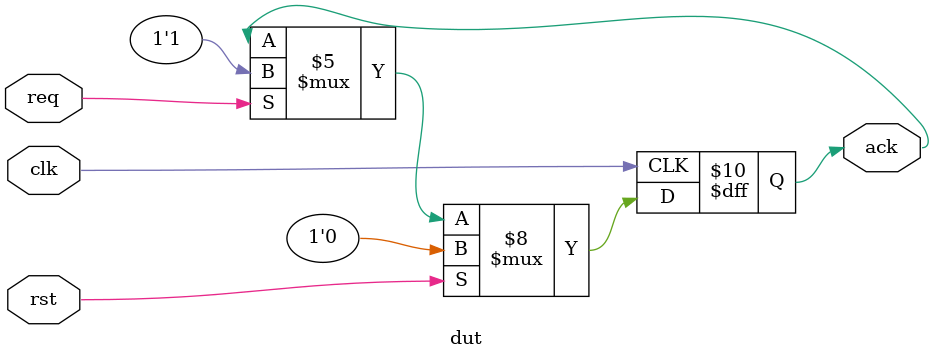
<source format=sv>
module dut(input clk, rst, req, output ack);
reg ack;
reg [1:0] count;

always @(posedge clk) begin
  if(rst) begin
    count <= 0;
    ack <= 0;
  end
  else begin
    if(req) begin
    ack <= 1;
    end
  end
end


//assert property @(posedge clk) rst |-> (count == 0);
//assert property (@(posedge clk) rst |-> (ack == 0));

//always @(posedge clk) begin
//  if(rst)
//    assert (count == 0);
//end


endmodule

</source>
